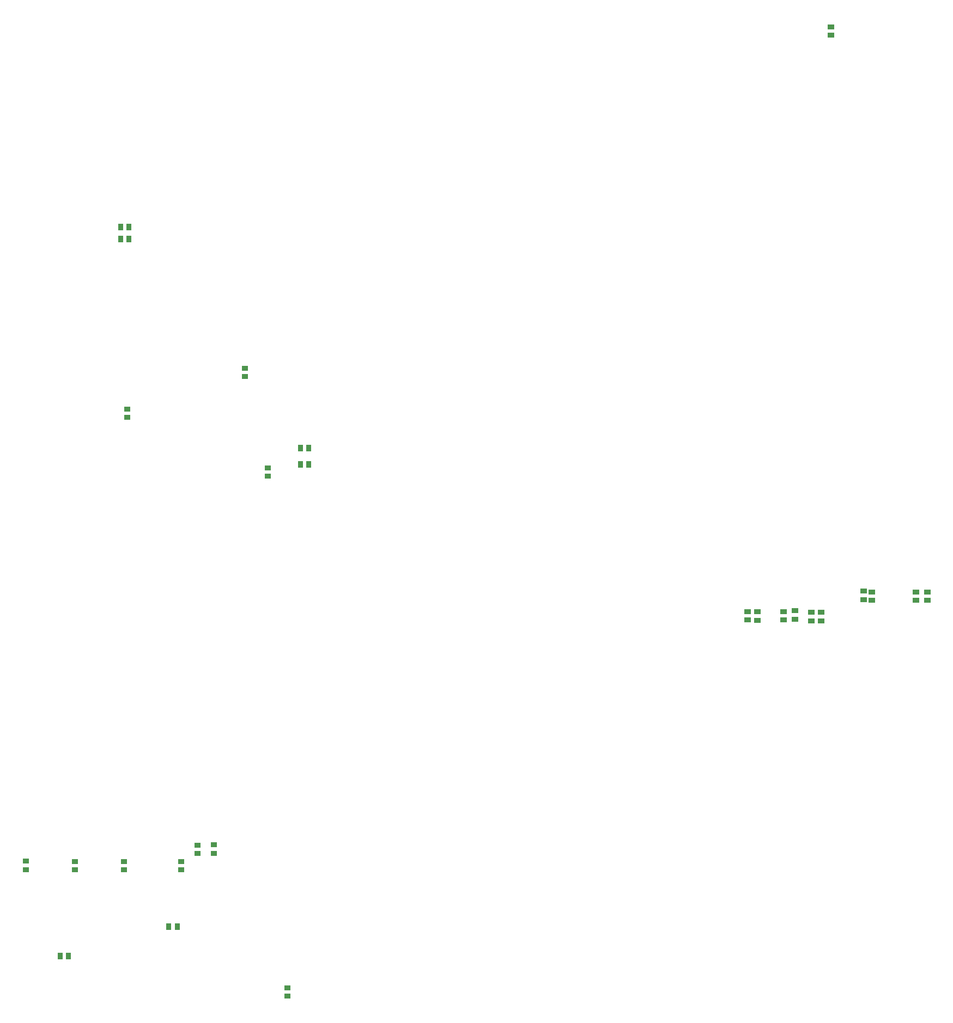
<source format=gbr>
G04 start of page 10 for group -4015 idx -4015 *
G04 Title: combined, toppaste *
G04 Creator: pcb 20110918 *
G04 CreationDate: Tue 12 Jun 2012 05:40:10 PM GMT UTC *
G04 For: ed *
G04 Format: Gerber/RS-274X *
G04 PCB-Dimensions: 650000 650000 *
G04 PCB-Coordinate-Origin: lower left *
%MOIN*%
%FSLAX25Y25*%
%LNTOPPASTE*%
%ADD121R,0.0295X0.0295*%
G54D121*X181508Y358000D02*X182492D01*
X181508Y352882D02*X182492D01*
X91882Y498492D02*Y497508D01*
X97000Y498492D02*Y497508D01*
X91941Y505992D02*Y505008D01*
X97059Y505992D02*Y505008D01*
X95508Y394000D02*X96492D01*
X95508Y388882D02*X96492D01*
X167508Y419000D02*X168492D01*
X167508Y413882D02*X168492D01*
X207000Y370492D02*Y369508D01*
X201882Y370492D02*Y369508D01*
X202000Y360492D02*Y359508D01*
X207118Y360492D02*Y359508D01*
X33508Y117118D02*X34492D01*
X33508Y112000D02*X34492D01*
X138508Y127000D02*X139492D01*
X138508Y121882D02*X139492D01*
X93508Y117000D02*X94492D01*
X93508Y111882D02*X94492D01*
X148508Y127118D02*X149492D01*
X148508Y122000D02*X149492D01*
X63508Y117000D02*X64492D01*
X63508Y111882D02*X64492D01*
X60000Y59492D02*Y58508D01*
X54882Y59492D02*Y58508D01*
X126559Y77492D02*Y76508D01*
X121441Y77492D02*Y76508D01*
X128508Y117000D02*X129492D01*
X128508Y111882D02*X129492D01*
X193508Y39559D02*X194492D01*
X193508Y34441D02*X194492D01*
X519938Y269459D02*X520922D01*
X519938Y264341D02*X520922D01*
X496938Y264782D02*X497922D01*
X496938Y269900D02*X497922D01*
X503938Y270459D02*X504922D01*
X503938Y265341D02*X504922D01*
X474938Y264782D02*X475922D01*
X474938Y269900D02*X475922D01*
X480938Y269782D02*X481922D01*
X480938Y264664D02*X481922D01*
X584938Y281900D02*X585922D01*
X584938Y276782D02*X585922D01*
X577938D02*X578922D01*
X577938Y281900D02*X578922D01*
X513938Y264341D02*X514922D01*
X513938Y269459D02*X514922D01*
X545938Y277341D02*X546922D01*
X545938Y282459D02*X546922D01*
X550938Y281900D02*X551922D01*
X550938Y276782D02*X551922D01*
X525938Y627900D02*X526922D01*
X525938Y622782D02*X526922D01*
M02*

</source>
